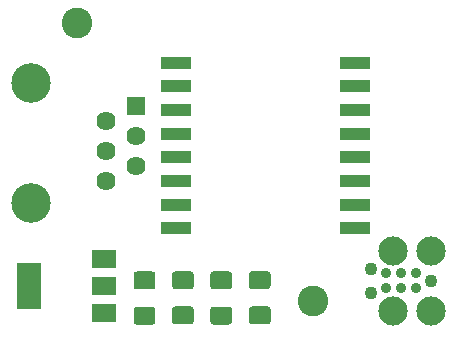
<source format=gbr>
%TF.GenerationSoftware,KiCad,Pcbnew,5.1.6-1*%
%TF.CreationDate,2020-10-25T22:15:29+01:00*%
%TF.ProjectId,meterkast,6d657465-726b-4617-9374-2e6b69636164,rev?*%
%TF.SameCoordinates,Original*%
%TF.FileFunction,Soldermask,Top*%
%TF.FilePolarity,Negative*%
%FSLAX46Y46*%
G04 Gerber Fmt 4.6, Leading zero omitted, Abs format (unit mm)*
G04 Created by KiCad (PCBNEW 5.1.6-1) date 2020-10-25 22:15:29*
%MOMM*%
%LPD*%
G01*
G04 APERTURE LIST*
%ADD10C,2.600000*%
%ADD11R,2.600000X1.100000*%
%ADD12C,0.887400*%
%ADD13C,1.090600*%
%ADD14C,2.474900*%
%ADD15R,1.620000X1.620000*%
%ADD16C,3.350000*%
%ADD17C,1.620000*%
%ADD18R,2.100000X1.600000*%
%ADD19R,2.100000X3.900000*%
G04 APERTURE END LIST*
%TO.C,C2*%
G36*
G01*
X89842544Y-139725000D02*
X91157456Y-139725000D01*
G75*
G02*
X91425000Y-139992544I0J-267544D01*
G01*
X91425000Y-140982456D01*
G75*
G02*
X91157456Y-141250000I-267544J0D01*
G01*
X89842544Y-141250000D01*
G75*
G02*
X89575000Y-140982456I0J267544D01*
G01*
X89575000Y-139992544D01*
G75*
G02*
X89842544Y-139725000I267544J0D01*
G01*
G37*
G36*
G01*
X89842544Y-136750000D02*
X91157456Y-136750000D01*
G75*
G02*
X91425000Y-137017544I0J-267544D01*
G01*
X91425000Y-138007456D01*
G75*
G02*
X91157456Y-138275000I-267544J0D01*
G01*
X89842544Y-138275000D01*
G75*
G02*
X89575000Y-138007456I0J267544D01*
G01*
X89575000Y-137017544D01*
G75*
G02*
X89842544Y-136750000I267544J0D01*
G01*
G37*
%TD*%
%TO.C,R2*%
G36*
G01*
X93092544Y-139737000D02*
X94407456Y-139737000D01*
G75*
G02*
X94675000Y-140004544I0J-267544D01*
G01*
X94675000Y-140994456D01*
G75*
G02*
X94407456Y-141262000I-267544J0D01*
G01*
X93092544Y-141262000D01*
G75*
G02*
X92825000Y-140994456I0J267544D01*
G01*
X92825000Y-140004544D01*
G75*
G02*
X93092544Y-139737000I267544J0D01*
G01*
G37*
G36*
G01*
X93092544Y-136762000D02*
X94407456Y-136762000D01*
G75*
G02*
X94675000Y-137029544I0J-267544D01*
G01*
X94675000Y-138019456D01*
G75*
G02*
X94407456Y-138287000I-267544J0D01*
G01*
X93092544Y-138287000D01*
G75*
G02*
X92825000Y-138019456I0J267544D01*
G01*
X92825000Y-137029544D01*
G75*
G02*
X93092544Y-136762000I267544J0D01*
G01*
G37*
%TD*%
%TO.C,R1*%
G36*
G01*
X87907456Y-138287000D02*
X86592544Y-138287000D01*
G75*
G02*
X86325000Y-138019456I0J267544D01*
G01*
X86325000Y-137029544D01*
G75*
G02*
X86592544Y-136762000I267544J0D01*
G01*
X87907456Y-136762000D01*
G75*
G02*
X88175000Y-137029544I0J-267544D01*
G01*
X88175000Y-138019456D01*
G75*
G02*
X87907456Y-138287000I-267544J0D01*
G01*
G37*
G36*
G01*
X87907456Y-141262000D02*
X86592544Y-141262000D01*
G75*
G02*
X86325000Y-140994456I0J267544D01*
G01*
X86325000Y-140004544D01*
G75*
G02*
X86592544Y-139737000I267544J0D01*
G01*
X87907456Y-139737000D01*
G75*
G02*
X88175000Y-140004544I0J-267544D01*
G01*
X88175000Y-140994456D01*
G75*
G02*
X87907456Y-141262000I-267544J0D01*
G01*
G37*
%TD*%
D10*
%TO.C,M2*%
X101500000Y-139250000D03*
%TD*%
%TO.C,M1*%
X81500000Y-115750000D03*
%TD*%
D11*
%TO.C,U2*%
X105100000Y-119100000D03*
X105100000Y-121100000D03*
X105100000Y-123100000D03*
X105100000Y-125100000D03*
X105100000Y-127100000D03*
X105100000Y-129100000D03*
X105100000Y-131100000D03*
X105100000Y-133100000D03*
X89900000Y-133100000D03*
X89900000Y-131100000D03*
X89900000Y-129100000D03*
X89900000Y-127100000D03*
X89900000Y-125100000D03*
X89900000Y-123100000D03*
X89900000Y-121100000D03*
X89900000Y-119100000D03*
%TD*%
D12*
%TO.C,J2*%
X107690000Y-138175000D03*
X107690000Y-136905000D03*
X108960000Y-138175000D03*
X108960000Y-136905000D03*
X110230000Y-138175000D03*
X110230000Y-136905000D03*
D13*
X111500000Y-137540000D03*
X106420000Y-136524000D03*
X106420000Y-138556000D03*
D14*
X108325000Y-135000000D03*
X108325000Y-140080000D03*
X111500000Y-140080000D03*
X111500000Y-135000000D03*
%TD*%
D15*
%TO.C,J1*%
X86500000Y-122750000D03*
D16*
X77610000Y-120840000D03*
D17*
X83960000Y-124020000D03*
X86500000Y-125290000D03*
X83960000Y-126560000D03*
X86500000Y-127830000D03*
X83960000Y-129100000D03*
D16*
X77610000Y-131000000D03*
%TD*%
D18*
%TO.C,U1*%
X83800000Y-140300000D03*
X83800000Y-135700000D03*
X83800000Y-138000000D03*
D19*
X77500000Y-138000000D03*
%TD*%
%TO.C,C1*%
G36*
G01*
X97657456Y-138275000D02*
X96342544Y-138275000D01*
G75*
G02*
X96075000Y-138007456I0J267544D01*
G01*
X96075000Y-137017544D01*
G75*
G02*
X96342544Y-136750000I267544J0D01*
G01*
X97657456Y-136750000D01*
G75*
G02*
X97925000Y-137017544I0J-267544D01*
G01*
X97925000Y-138007456D01*
G75*
G02*
X97657456Y-138275000I-267544J0D01*
G01*
G37*
G36*
G01*
X97657456Y-141250000D02*
X96342544Y-141250000D01*
G75*
G02*
X96075000Y-140982456I0J267544D01*
G01*
X96075000Y-139992544D01*
G75*
G02*
X96342544Y-139725000I267544J0D01*
G01*
X97657456Y-139725000D01*
G75*
G02*
X97925000Y-139992544I0J-267544D01*
G01*
X97925000Y-140982456D01*
G75*
G02*
X97657456Y-141250000I-267544J0D01*
G01*
G37*
%TD*%
M02*

</source>
